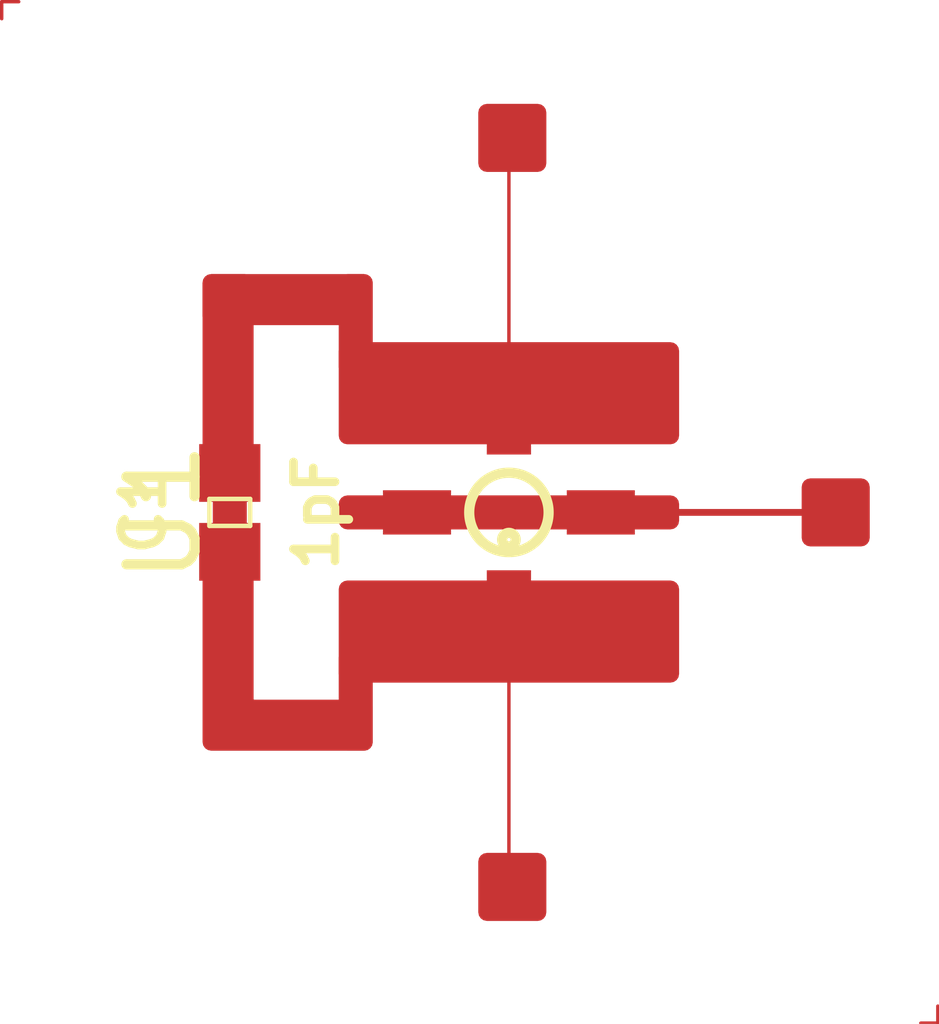
<source format=kicad_pcb>
(kicad_pcb (version 20171130) (host pcbnew 5.0.0)

  (general
    (thickness 1.6)
    (drawings 0)
    (tracks 8)
    (zones 0)
    (modules 2)
    (nets 4)
  )

  (page A4)
  (layers
    (0 F.Cu signal)
    (31 B.Cu signal)
    (32 B.Adhes user)
    (33 F.Adhes user)
    (34 B.Paste user)
    (35 F.Paste user)
    (36 B.SilkS user)
    (37 F.SilkS user)
    (38 B.Mask user)
    (39 F.Mask user)
    (40 Dwgs.User user)
    (41 Cmts.User user)
    (42 Eco1.User user)
    (43 Eco2.User user)
    (44 Edge.Cuts user)
    (45 Margin user)
    (46 B.CrtYd user)
    (47 F.CrtYd user)
    (48 B.Fab user)
    (49 F.Fab user)
  )

  (setup
    (last_trace_width 0.25)
    (trace_clearance 0.2)
    (zone_clearance 0)
    (zone_45_only no)
    (trace_min 0.2)
    (segment_width 0.2)
    (edge_width 0.15)
    (via_size 0.8)
    (via_drill 0.4)
    (via_min_size 0.4)
    (via_min_drill 0.3)
    (uvia_size 0.3)
    (uvia_drill 0.1)
    (uvias_allowed no)
    (uvia_min_size 0.2)
    (uvia_min_drill 0.1)
    (pcb_text_width 0.3)
    (pcb_text_size 1.5 1.5)
    (mod_edge_width 0.15)
    (mod_text_size 1 1)
    (mod_text_width 0.15)
    (pad_size 1.524 1.524)
    (pad_drill 0.762)
    (pad_to_mask_clearance 0.2)
    (aux_axis_origin 22.5 25)
    (grid_origin 22.5 25)
    (visible_elements FEFFFF7F)
    (pcbplotparams
      (layerselection 0x00000_7fffffff)
      (usegerberextensions false)
      (usegerberattributes false)
      (usegerberadvancedattributes false)
      (creategerberjobfile false)
      (excludeedgelayer true)
      (linewidth 0.100000)
      (plotframeref false)
      (viasonmask false)
      (mode 1)
      (useauxorigin false)
      (hpglpennumber 1)
      (hpglpenspeed 20)
      (hpglpendiameter 15.000000)
      (psnegative false)
      (psa4output false)
      (plotreference false)
      (plotvalue false)
      (plotinvisibletext false)
      (padsonsilk false)
      (subtractmaskfromsilk false)
      (outputformat 4)
      (mirror false)
      (drillshape 0)
      (scaleselection 1)
      (outputdirectory ""))
  )

  (net 0 "")
  (net 1 /OSC1)
  (net 2 GND)
  (net 3 /GATE)

  (net_class Default "This is the default net class."
    (clearance 0.2)
    (trace_width 0.25)
    (via_dia 0.8)
    (via_drill 0.4)
    (uvia_dia 0.3)
    (uvia_drill 0.1)
    (add_net /GATE)
    (add_net /OSC1)
    (add_net GND)
  )

  (module 0402 (layer F.Cu) (tedit 200000) (tstamp 5E8F6E58)
    (at 18.35 20 90)
    (descr "GENERIC 1005 (0402) PACKAGE")
    (tags "GENERIC 1005 (0402) PACKAGE")
    (path /5E8F3679)
    (attr smd)
    (fp_text reference C1 (at 0 -1.27 90) (layer F.SilkS)
      (effects (font (size 0.6096 0.6096) (thickness 0.127)))
    )
    (fp_text value 1pF (at 0 1.27 90) (layer F.SilkS)
      (effects (font (size 0.6096 0.6096) (thickness 0.127)))
    )
    (fp_line (start -0.55372 0.3048) (end -0.254 0.3048) (layer Dwgs.User) (width 0.06604))
    (fp_line (start -0.254 0.3048) (end -0.254 -0.3048) (layer Dwgs.User) (width 0.06604))
    (fp_line (start -0.55372 -0.3048) (end -0.254 -0.3048) (layer Dwgs.User) (width 0.06604))
    (fp_line (start -0.55372 0.3048) (end -0.55372 -0.3048) (layer Dwgs.User) (width 0.06604))
    (fp_line (start 0.25654 0.3048) (end 0.5588 0.3048) (layer Dwgs.User) (width 0.06604))
    (fp_line (start 0.5588 0.3048) (end 0.5588 -0.3048) (layer Dwgs.User) (width 0.06604))
    (fp_line (start 0.25654 -0.3048) (end 0.5588 -0.3048) (layer Dwgs.User) (width 0.06604))
    (fp_line (start 0.25654 0.3048) (end 0.25654 -0.3048) (layer Dwgs.User) (width 0.06604))
    (fp_line (start -0.19812 0.29972) (end 0.19812 0.29972) (layer F.SilkS) (width 0.06604))
    (fp_line (start 0.19812 0.29972) (end 0.19812 -0.29972) (layer F.SilkS) (width 0.06604))
    (fp_line (start -0.19812 -0.29972) (end 0.19812 -0.29972) (layer F.SilkS) (width 0.06604))
    (fp_line (start -0.19812 0.29972) (end -0.19812 -0.29972) (layer F.SilkS) (width 0.06604))
    (fp_line (start -0.26924 -0.2286) (end 0.26924 -0.2286) (layer Dwgs.User) (width 0.1524))
    (fp_line (start 0.26924 0.2286) (end -0.26924 0.2286) (layer Dwgs.User) (width 0.1524))
    (fp_line (start -1.19888 -0.6477) (end 1.19888 -0.6477) (layer F.CrtYd) (width 0.0508))
    (fp_line (start 1.19888 -0.6477) (end 1.19888 0.6477) (layer F.CrtYd) (width 0.0508))
    (fp_line (start 1.19888 0.6477) (end -1.19888 0.6477) (layer F.CrtYd) (width 0.0508))
    (fp_line (start -1.19888 0.6477) (end -1.19888 -0.6477) (layer F.CrtYd) (width 0.0508))
    (pad 1 smd rect (at -0.57912 0 90) (size 0.84836 0.89916) (layers F.Cu F.Paste F.Mask)
      (net 3 /GATE) (solder_mask_margin 0.1016))
    (pad 2 smd rect (at 0.57912 0 90) (size 0.84836 0.89916) (layers F.Cu F.Paste F.Mask)
      (net 3 /GATE) (solder_mask_margin 0.1016))
  )

  (module 0xDBFB7:4-Micro-X (layer F.Cu) (tedit 5E8E9CC3) (tstamp 5E8F6C5B)
    (at 22.45 20 270)
    (path /5E8F0DA8)
    (fp_text reference U1 (at 0 5.072 270) (layer F.SilkS)
      (effects (font (size 1 1) (thickness 0.15)))
    )
    (fp_text value CE3520K3 (at 0 4.072 270) (layer F.Fab)
      (effects (font (size 1 1) (thickness 0.15)))
    )
    (fp_text user Gate (at 1.4 -0.5 270) (layer Dwgs.User)
      (effects (font (size 0.2 0.2) (thickness 0.05)))
    )
    (fp_text user Drain (at -1.3 -0.5 270) (layer Dwgs.User)
      (effects (font (size 0.2 0.2) (thickness 0.05)))
    )
    (fp_text user Source (at -0.5 -1.3) (layer Dwgs.User)
      (effects (font (size 0.2 0.2) (thickness 0.05)))
    )
    (fp_text user Source (at -0.5 1.4) (layer Dwgs.User)
      (effects (font (size 0.2 0.2) (thickness 0.05)))
    )
    (fp_circle (center 0 0) (end 0.583095 0) (layer F.SilkS) (width 0.15))
    (fp_circle (center 0.4 0) (end 0.5 0) (layer F.SilkS) (width 0.15))
    (pad 2 smd rect (at -1.35 0) (size 0.65 1) (layers F.Cu F.Paste F.Mask)
      (net 3 /GATE))
    (pad 1 smd rect (at 0 -1.35 270) (size 0.65 1) (layers F.Cu F.Paste F.Mask)
      (net 2 GND))
    (pad 4 smd rect (at 1.35 0 180) (size 0.65 1) (layers F.Cu F.Paste F.Mask)
      (net 3 /GATE))
    (pad 3 smd rect (at 0 1.35 90) (size 0.65 1) (layers F.Cu F.Paste F.Mask)
      (net 2 GND))
  )

  (segment (start 15 12.75) (end 15 12.5) (width 0.05) (layer F.Cu) (net 0))
  (segment (start 15 12.5) (end 15.25 12.5) (width 0.05) (layer F.Cu) (net 0))
  (segment (start 28.75 27.25) (end 28.75 27.5) (width 0.05) (layer F.Cu) (net 0))
  (segment (start 28.75 27.5) (end 28.5 27.5) (width 0.05) (layer F.Cu) (net 0))
  (segment (start 26.95 20) (end 24.2 20) (width 0.1) (layer F.Cu) (net 2))
  (segment (start 22.45 22.5) (end 22.45 25.25) (width 0.05) (layer F.Cu) (net 3) (tstamp 5E8F704A))
  (segment (start 22.45 14.75) (end 22.45 17.5) (width 0.05) (layer F.Cu) (net 1) (tstamp 5E8F704A))
  (segment (start 18.35 19.42088) (end 18.35 20.57912) (width 0.5) (layer F.Cu) (net 3))

  (zone (net 3) (net_name /GATE) (layer F.Cu) (tstamp 0) (hatch edge 0.508)
    (connect_pads yes (clearance 0.508))
    (min_thickness 0.254)
    (fill yes (arc_segments 16) (thermal_gap 0.508) (thermal_bridge_width 0.508))
    (polygon
      (pts
        (xy 24.95 22.5) (xy 24.95 21) (xy 19.95 21) (xy 19.95 22.5)
      )
    )
    (filled_polygon
      (pts
        (xy 24.823 22.373) (xy 20.077 22.373) (xy 20.077 21.127) (xy 24.823 21.127)
      )
    )
  )
  (zone (net 3) (net_name /GATE) (layer F.Cu) (tstamp 5E8F6D5D) (hatch edge 0.508)
    (connect_pads yes (clearance 0.508))
    (min_thickness 0.254)
    (fill yes (arc_segments 16) (thermal_gap 0.508) (thermal_bridge_width 0.508))
    (polygon
      (pts
        (xy 24.95 19) (xy 24.95 17.5) (xy 19.95 17.5) (xy 19.95 19)
      )
    )
    (filled_polygon
      (pts
        (xy 24.823 18.873) (xy 20.077 18.873) (xy 20.077 17.627) (xy 24.823 17.627)
      )
    )
  )
  (zone (net 2) (net_name GND) (layer F.Cu) (tstamp 0) (hatch edge 0.508)
    (connect_pads yes (clearance 0))
    (min_thickness 0.254)
    (fill yes (arc_segments 16) (thermal_gap 0) (thermal_bridge_width 0))
    (polygon
      (pts
        (xy 19.95 19.75) (xy 24.95 19.75) (xy 24.95 20.25) (xy 19.95 20.25)
      )
    )
    (filled_polygon
      (pts
        (xy 24.823 20.123) (xy 20.077 20.123) (xy 20.077 19.877) (xy 24.823 19.877)
      )
    )
  )
  (zone (net 1) (net_name /OSC1) (layer F.Cu) (tstamp 0) (hatch edge 0.508)
    (connect_pads yes (clearance 0))
    (min_thickness 0.254)
    (fill yes (arc_segments 16) (thermal_gap 0) (thermal_bridge_width 0))
    (polygon
      (pts
        (xy 20.45 18) (xy 20.45 16.5) (xy 19.95 16.5) (xy 19.95 18)
      )
    )
    (filled_polygon
      (pts
        (xy 20.323 17.873) (xy 20.077 17.873) (xy 20.077 16.627) (xy 20.323 16.627)
      )
    )
  )
  (zone (net 1) (net_name /OSC1) (layer F.Cu) (tstamp 0) (hatch edge 0.508)
    (connect_pads yes (clearance 0))
    (min_thickness 0.254)
    (fill yes (arc_segments 16) (thermal_gap 0) (thermal_bridge_width 0))
    (polygon
      (pts
        (xy 20.45 16.5) (xy 20.45 17.25) (xy 17.95 17.25) (xy 17.95 16.5)
      )
    )
    (filled_polygon
      (pts
        (xy 20.323 17.123) (xy 18.077 17.123) (xy 18.077 16.627) (xy 20.323 16.627)
      )
    )
  )
  (zone (net 3) (net_name /GATE) (layer F.Cu) (tstamp 0) (hatch edge 0.508)
    (connect_pads yes (clearance 0))
    (min_thickness 0.254)
    (fill yes (arc_segments 16) (thermal_gap 0) (thermal_bridge_width 0))
    (polygon
      (pts
        (xy 17.95 16.5) (xy 17.95 19.5) (xy 18.7 19.5) (xy 18.7 16.5)
      )
    )
    (filled_polygon
      (pts
        (xy 18.573 19.373) (xy 18.077 19.373) (xy 18.077 16.627) (xy 18.573 16.627)
      )
    )
  )
  (zone (net 3) (net_name /GATE) (layer F.Cu) (tstamp 0) (hatch edge 0.508)
    (connect_pads yes (clearance 0))
    (min_thickness 0.254)
    (fill yes (arc_segments 16) (thermal_gap 0) (thermal_bridge_width 0))
    (polygon
      (pts
        (xy 20.45 22) (xy 20.45 23.5) (xy 19.95 23.5) (xy 19.95 22)
      )
    )
    (filled_polygon
      (pts
        (xy 20.323 23.373) (xy 20.077 23.373) (xy 20.077 22.127) (xy 20.323 22.127)
      )
    )
  )
  (zone (net 3) (net_name /GATE) (layer F.Cu) (tstamp 0) (hatch edge 0.508)
    (connect_pads yes (clearance 0))
    (min_thickness 0.254)
    (fill yes (arc_segments 16) (thermal_gap 0) (thermal_bridge_width 0))
    (polygon
      (pts
        (xy 20.45 23.5) (xy 17.95 23.5) (xy 17.95 20.5) (xy 18.7 20.5) (xy 18.7 22.75)
        (xy 20.45 22.75)
      )
    )
    (filled_polygon
      (pts
        (xy 18.573 22.75) (xy 18.582667 22.798601) (xy 18.610197 22.839803) (xy 18.651399 22.867333) (xy 18.7 22.877)
        (xy 20.323 22.877) (xy 20.323 23.373) (xy 18.077 23.373) (xy 18.077 20.627) (xy 18.573 20.627)
      )
    )
  )
  (zone (net 1) (net_name /OSC1) (layer F.Cu) (tstamp 0) (hatch edge 0.508)
    (connect_pads yes (clearance 0))
    (min_thickness 0.254)
    (fill yes (arc_segments 16) (thermal_gap 0) (thermal_bridge_width 0))
    (polygon
      (pts
        (xy 22 15) (xy 23 15) (xy 23 14) (xy 22 14)
      )
    )
    (filled_polygon
      (pts
        (xy 22.873 14.873) (xy 22.127 14.873) (xy 22.127 14.127) (xy 22.873 14.127)
      )
    )
  )
  (zone (net 2) (net_name GND) (layer F.Cu) (tstamp 0) (hatch edge 0.508)
    (connect_pads yes (clearance 0))
    (min_thickness 0.254)
    (fill yes (arc_segments 16) (thermal_gap 0) (thermal_bridge_width 0))
    (polygon
      (pts
        (xy 26.75 19.5) (xy 26.75 20.5) (xy 27.75 20.5) (xy 27.75 19.5)
      )
    )
    (filled_polygon
      (pts
        (xy 27.623 20.373) (xy 26.877 20.373) (xy 26.877 19.627) (xy 27.623 19.627)
      )
    )
  )
  (zone (net 3) (net_name /GATE) (layer F.Cu) (tstamp 5E8F8DCA) (hatch edge 0.508)
    (connect_pads yes (clearance 0))
    (min_thickness 0.254)
    (fill yes (arc_segments 16) (thermal_gap 0) (thermal_bridge_width 0))
    (polygon
      (pts
        (xy 23 25) (xy 22 25) (xy 22 26) (xy 23 26)
      )
    )
    (filled_polygon
      (pts
        (xy 22.873 25.873) (xy 22.127 25.873) (xy 22.127 25.127) (xy 22.873 25.127)
      )
    )
  )
)

</source>
